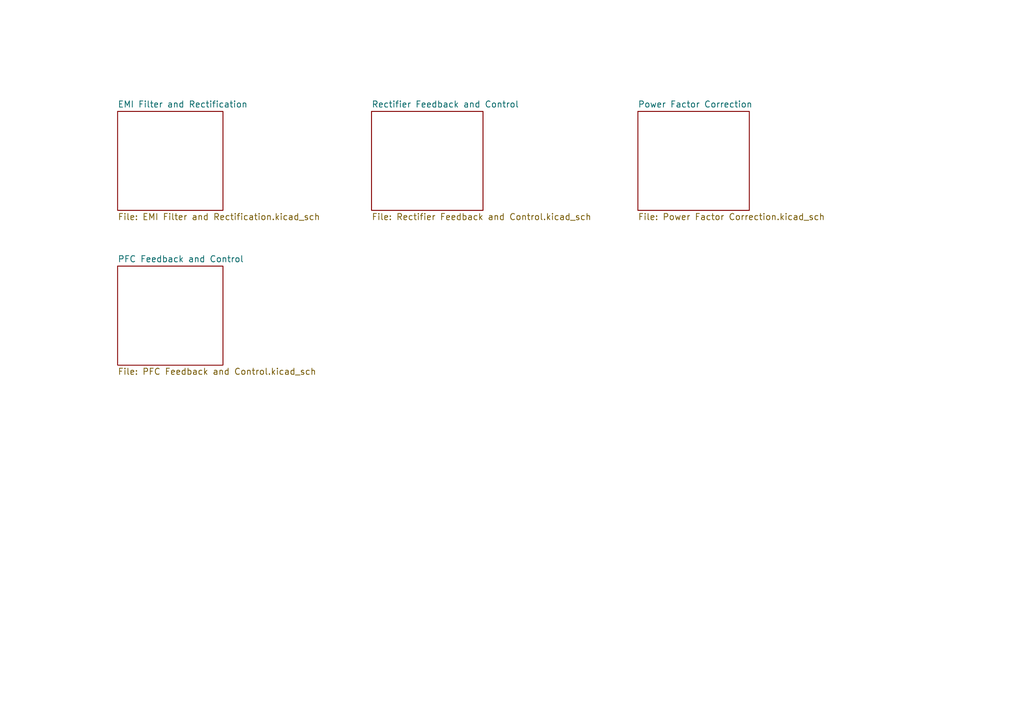
<source format=kicad_sch>
(kicad_sch (version 20230121) (generator eeschema)
  (paper "A5")
  (title_block (title "Full Bridge SMPS") (rev "1.0.0"))
  (lib_symbols)
  (sheet (at 24.13 22.86) (size 21.59 20.32) (stroke (width 0.1524))
    (property "Sheetname" "EMI Filter and Rectification" (at 24.13 22.1484 0) (effects (justify left bottom)))
    (property "Sheetfile" "EMI Filter and Rectification.kicad_sch" (at 24.13 43.7646 0) (effects (justify left top)))
  )
  (sheet (at 130.81 22.86) (size 22.86 20.32) (stroke (width 0.1524))
    (property "Sheetname" "Power Factor Correction" (at 130.81 22.1484 0) (effects (justify left bottom)))
    (property "Sheetfile" "Power Factor Correction.kicad_sch" (at 130.81 43.7646 0) (effects (justify left top)))
  )
  (sheet (at 76.2 22.86) (size 22.86 20.32) (stroke (width 0.1524))
    (property "Sheetname" "Rectifier Feedback and Control" (at 76.2 22.1484 0) (effects (justify left bottom)))
    (property "Sheetfile" "Rectifier Feedback and Control.kicad_sch" (at 76.2 43.7646 0) (effects (justify left top)))
  )
  (sheet (at 24.13 54.61) (size 21.59 20.32) (stroke (width 0.1524))
    (property "Sheetname" "PFC Feedback and Control" (at 24.13 53.8984 0) (effects (justify left bottom)))
    (property "Sheetfile" "PFC Feedback and Control.kicad_sch" (at 24.13 75.5146 0) (effects (justify left top)))
  )
)
</source>
